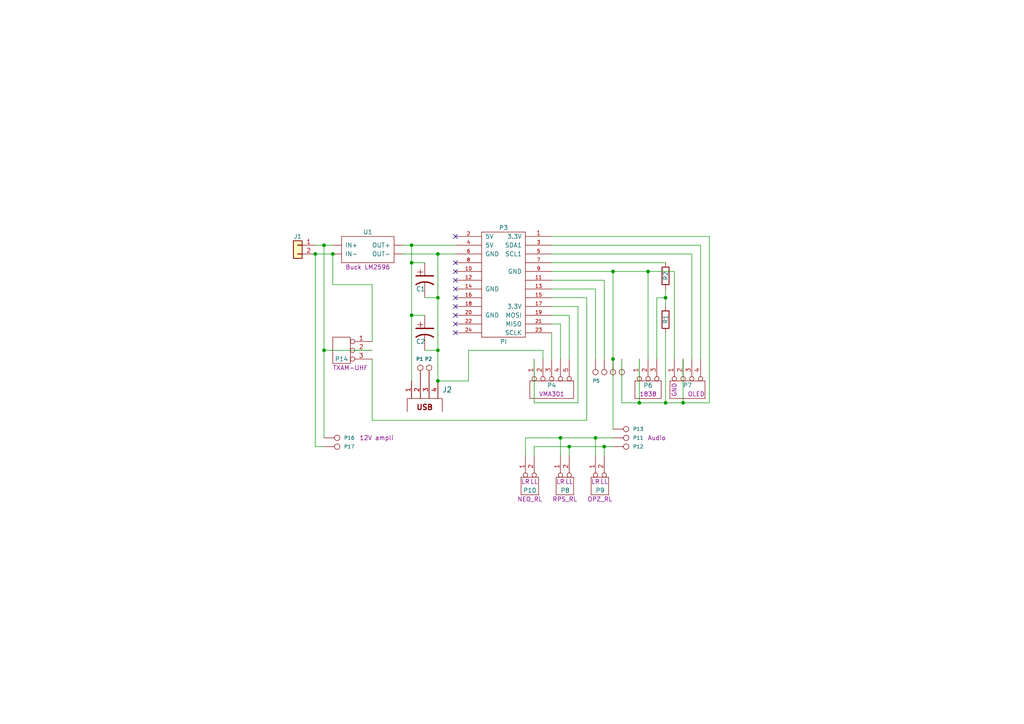
<source format=kicad_sch>
(kicad_sch (version 20211123) (generator eeschema)
  (paper "A4")
  (lib_symbols
    (symbol "common:BUCK" (pin_numbers hide) (pin_names (offset 1.016))
      (property "Reference" "U" (at 0 3.81 0))
      (symbol "BUCK_0_1"
        (rectangle (start -7.62 5.08) (end 7.62 -2.54))
      )
      (symbol "BUCK_1_1"
        (pin input line (at -10.16 2.54 0) (length 2.54) (name "IN+") (number "1"))
        (pin input line (at -10.16 0 0) (length 2.54) (name "IN-") (number "2"))
        (pin output line (at 10.16 2.54 180) (length 2.54) (name "OUT+") (number "3"))
        (pin output line (at 10.16 0 180) (length 2.54) (name "OUT-") (number "4"))
      )
    )
    (symbol "common:CONN_1" (pin_numbers hide) (pin_names (offset 0.762) hide)
      (property "Reference" "P" (at 2.032 0 0))
      (symbol "CONN_1_0_1"
        (polyline (pts (xy -0.762 0) (xy -1.27 0)))
        (circle (center 0 0) (radius 0.7874))
      )
      (symbol "CONN_1_1_1"
        (pin passive line (at -3.81 0 0) (length 2.54) (name "1") (number "1"))
      )
    )
    (symbol "common:CONN_2" (pin_names (offset 1.016) hide)
      (property "Reference" "P" (at 0 3.81 0))
      (symbol "CONN_2_0_1"
        (rectangle (start -2.54 2.54) (end -2.54 -2.54))
        (rectangle (start -2.54 2.54) (end 2.54 2.54))
        (rectangle (start 2.54 -2.54) (end -2.54 -2.54))
        (rectangle (start 2.54 2.54) (end 2.54 -2.54))
      )
      (symbol "CONN_2_1_1"
        (pin passive inverted (at -8.89 -1.27 0) (length 6.35) (name "P1") (number "1"))
        (pin passive inverted (at -8.89 1.27 0) (length 6.35) (name "P2") (number "2"))
      )
    )
    (symbol "common:CONN_3" (pin_names (offset 1.016) hide)
      (property "Reference" "P" (at 0 5.08 0))
      (symbol "CONN_3_0_1"
        (rectangle (start -2.54 -3.81) (end -2.54 3.81))
        (rectangle (start -2.54 3.81) (end 2.54 3.81))
        (rectangle (start 2.54 -3.81) (end -2.54 -3.81))
        (rectangle (start 2.54 3.81) (end 2.54 -3.81))
      )
      (symbol "CONN_3_1_1"
        (pin passive inverted (at -8.89 -2.54 0) (length 6.35) (name "P1") (number "1"))
        (pin passive inverted (at -8.89 0 0) (length 6.35) (name "P2") (number "2"))
        (pin passive inverted (at -8.89 2.54 0) (length 6.35) (name "P3") (number "3"))
      )
    )
    (symbol "common:CONN_4X1" (pin_names (offset 1.016) hide)
      (property "Reference" "P" (at 0 6.35 0))
      (symbol "CONN_4X1_0_1"
        (rectangle (start -2.54 5.08) (end -2.54 -5.08))
        (rectangle (start -2.54 5.08) (end 2.54 5.08))
        (rectangle (start 2.54 -5.08) (end -2.54 -5.08))
        (rectangle (start 2.54 5.08) (end 2.54 -5.08))
      )
      (symbol "CONN_4X1_1_1"
        (pin passive inverted (at -8.89 -3.81 0) (length 6.35) (name "P1") (number "1"))
        (pin passive inverted (at -8.89 -1.27 0) (length 6.35) (name "P2") (number "2"))
        (pin passive inverted (at -8.89 1.27 0) (length 6.35) (name "P3") (number "3"))
        (pin passive inverted (at -8.89 3.81 0) (length 6.35) (name "P4") (number "4"))
      )
    )
    (symbol "common:CONN_5" (pin_names (offset 1.016) hide)
      (property "Reference" "P" (at 0 7.62 0))
      (symbol "CONN_5_0_1"
        (rectangle (start -2.54 -6.35) (end -2.54 6.35))
        (rectangle (start -2.54 6.35) (end 2.54 6.35))
        (rectangle (start 2.54 -6.35) (end -2.54 -6.35))
        (rectangle (start 2.54 6.35) (end 2.54 -6.35))
      )
      (symbol "CONN_5_1_1"
        (pin passive inverted (at -8.89 -5.08 0) (length 6.35) (name "P1") (number "1"))
        (pin passive inverted (at -8.89 -2.54 0) (length 6.35) (name "P2") (number "2"))
        (pin passive inverted (at -8.89 0 0) (length 6.35) (name "P3") (number "3"))
        (pin passive inverted (at -8.89 2.54 0) (length 6.35) (name "P4") (number "4"))
        (pin passive inverted (at -8.89 5.08 0) (length 6.35) (name "P5") (number "5"))
      )
    )
    (symbol "common:CP1" (pin_numbers hide) (pin_names (offset 0.254) hide)
      (property "Reference" "C" (at 1.27 2.54 0))
      (symbol "CP1_0_0"
        (text "+" (at -1.27 2.54 0) (effects (font (size 2.032 2.032))))
      )
      (symbol "CP1_0_1"
        (polyline (pts (xy -2.54 1.27) (xy 2.54 1.27) (xy 1.27 1.27) (xy 1.27 1.27)) (stroke (width 0.381)))
        (arc (start 2.54 -1.27) (mid 0 -0.5009) (end -2.54 -1.27) (stroke (width 0.381)))
      )
      (symbol "CP1_1_1"
        (pin passive line (at 0 5.08 270) (length 3.81) (name "~") (number "1"))
        (pin passive line (at 0 -5.08 90) (length 4.572) (name "~") (number "2"))
      )
    )
    (symbol "common:Conn_01x02" (pin_names (offset 1.016) hide)
      (property "Reference" "J" (at 0 2.54 0))
      (symbol "Conn_01x02_1_1"
        (rectangle (start -1.27 -2.413) (end 0 -2.667) (stroke (width 0.1524)))
        (rectangle (start -1.27 0.127) (end 0 -0.127) (stroke (width 0.1524)))
        (rectangle (start -1.27 1.27) (end 1.27 -3.81) (stroke (width 0.254)) (fill (type background)))
        (pin passive line (at -5.08 0 0) (length 3.81) (name "Pin_1") (number "1"))
        (pin passive line (at -5.08 -2.54 0) (length 3.81) (name "Pin_2") (number "2"))
      )
    )
    (symbol "common:PI" (pin_names (offset 1.016))
      (property "Reference" "P" (at 0 17.78 0))
      (property "Value" "PI" (at 0 -15.24 0))
      (symbol "PI_0_1"
        (rectangle (start -6.35 -13.97) (end -6.35 16.51))
        (rectangle (start -6.35 16.51) (end 6.35 16.51))
        (rectangle (start 6.35 -13.97) (end -6.35 -13.97))
        (rectangle (start 6.35 16.51) (end 6.35 -13.97))
      )
      (symbol "PI_1_1"
        (pin passive line (at -13.97 15.24 0) (length 7.62) (name "3.3V") (number "1"))
        (pin passive line (at 13.97 5.08 180) (length 7.62) (name "~") (number "10"))
        (pin passive line (at -13.97 2.54 0) (length 7.62) (name "~") (number "11"))
        (pin passive line (at 13.97 2.54 180) (length 7.62) (name "~") (number "12"))
        (pin passive line (at -13.97 0 0) (length 7.62) (name "~") (number "13"))
        (pin passive line (at 13.97 0 180) (length 7.62) (name "GND") (number "14"))
        (pin passive line (at -13.97 -2.54 0) (length 7.62) (name "~") (number "15"))
        (pin passive line (at 13.97 -2.54 180) (length 7.62) (name "~") (number "16"))
        (pin passive line (at -13.97 -5.08 0) (length 7.62) (name "3.3V") (number "17"))
        (pin passive line (at 13.97 -5.08 180) (length 7.62) (name "~") (number "18"))
        (pin passive line (at -13.97 -7.62 0) (length 7.62) (name "MOSI") (number "19"))
        (pin passive line (at 13.97 15.24 180) (length 7.62) (name "5V") (number "2"))
        (pin passive line (at 13.97 -7.62 180) (length 7.62) (name "GND") (number "20"))
        (pin passive line (at -13.97 -10.16 0) (length 7.62) (name "MISO") (number "21"))
        (pin passive line (at 13.97 -10.16 180) (length 7.62) (name "~") (number "22"))
        (pin passive line (at -13.97 -12.7 0) (length 7.62) (name "SCLK") (number "23"))
        (pin passive line (at 13.97 -12.7 180) (length 7.62) (name "~") (number "24"))
        (pin passive line (at -13.97 12.7 0) (length 7.62) (name "SDA1") (number "3"))
        (pin passive line (at 13.97 12.7 180) (length 7.62) (name "5V") (number "4"))
        (pin passive line (at -13.97 10.16 0) (length 7.62) (name "SCL1") (number "5"))
        (pin passive line (at 13.97 10.16 180) (length 7.62) (name "GND") (number "6"))
        (pin passive line (at -13.97 7.62 0) (length 7.62) (name "~") (number "7"))
        (pin passive line (at 13.97 7.62 180) (length 7.62) (name "~") (number "8"))
        (pin passive line (at -13.97 5.08 0) (length 7.62) (name "GND") (number "9"))
      )
    )
    (symbol "common:R" (pin_numbers hide) (pin_names (offset 0) hide)
      (property "Reference" "R" (at 0 0 90))
      (symbol "R_0_1"
        (rectangle (start -1.016 -2.54) (end 1.016 2.54) (stroke (width 0.254)))
      )
      (symbol "R_1_1"
        (pin passive line (at 0 3.81 270) (length 1.27) (name "~") (number "1"))
        (pin passive line (at 0 -3.81 90) (length 1.27) (name "~") (number "2"))
      )
    )
    (symbol "common:USB_2" (pin_names (offset 1.016))
      (property "Reference" "J" (at -1.905 6.35 0))
      (symbol "USB_2_0_0"
        (polyline (pts (xy -3.81 5.08) (xy 0 5.08) (xy 0 -5.08) (xy -3.81 -5.08) (xy -3.81 -5.08)))
        (text "USB" (at -2.54 0 900) (effects (font (size 1.524 1.524) bold)))
      )
      (symbol "USB_2_1_1"
        (pin input line (at 5.08 3.81 180) (length 5.08) (name "~") (number "1"))
        (pin input line (at 5.08 1.27 180) (length 5.08) (name "~") (number "2"))
        (pin input line (at 5.08 -1.27 180) (length 5.08) (name "~") (number "3"))
        (pin input line (at 5.08 -3.81 180) (length 5.08) (name "~") (number "4"))
      )
    )
  )
  (junction (at 127 73.66))
  (junction (at 127 101.6))
  (junction (at 193.04 86.36))
  (junction (at 172.72 127))
  (junction (at 162.56 127))
  (junction (at 165.1 129.54))
  (junction (at 93.98 71.12))
  (junction (at 193.04 116.84))
  (junction (at 91.44 73.66))
  (junction (at 127 86.36))
  (junction (at 119.38 91.44))
  (junction (at 96.52 73.66))
  (junction (at 187.96 78.74))
  (junction (at 127 110.49))
  (junction (at 93.98 101.6))
  (junction (at 119.38 76.2))
  (junction (at 177.8 104.14))
  (junction (at 175.26 129.54))
  (junction (at 119.38 71.12))
  (junction (at 177.8 78.74))
  (junction (at 185.42 116.84))
  (junction (at 198.12 116.84))
  (no_connect (at 132.08 76.2))
  (no_connect (at 132.08 88.9))
  (no_connect (at 132.08 91.44))
  (no_connect (at 132.08 86.36))
  (no_connect (at 132.08 96.52))
  (no_connect (at 132.08 81.28))
  (no_connect (at 132.08 93.98))
  (no_connect (at 132.08 83.82))
  (no_connect (at 132.08 78.74))
  (no_connect (at 132.08 68.58))
  (wire (pts (xy 91.44 73.66) (xy 96.52 73.66)))
  (wire (pts (xy 123.19 86.36) (xy 127 86.36)))
  (wire (pts (xy 170.18 86.36) (xy 170.18 121.92)))
  (wire (pts (xy 198.12 104.14) (xy 198.12 116.84)))
  (wire (pts (xy 187.96 78.74) (xy 187.96 104.14)))
  (wire (pts (xy 160.02 68.58) (xy 205.74 68.58)))
  (wire (pts (xy 177.8 78.74) (xy 177.8 104.14)))
  (wire (pts (xy 165.1 91.44) (xy 165.1 104.14)))
  (wire (pts (xy 152.4 127) (xy 162.56 127)))
  (wire (pts (xy 162.56 127) (xy 172.72 127)))
  (wire (pts (xy 193.04 83.82) (xy 193.04 86.36)))
  (wire (pts (xy 172.72 83.82) (xy 172.72 104.14)))
  (wire (pts (xy 205.74 68.58) (xy 205.74 116.84)))
  (wire (pts (xy 154.94 129.54) (xy 165.1 129.54)))
  (wire (pts (xy 154.94 129.54) (xy 154.94 132.08)))
  (wire (pts (xy 200.66 73.66) (xy 160.02 73.66)))
  (wire (pts (xy 119.38 110.49) (xy 119.38 91.44)))
  (wire (pts (xy 193.04 116.84) (xy 185.42 116.84)))
  (wire (pts (xy 154.94 104.14) (xy 154.94 116.84)))
  (wire (pts (xy 177.8 78.74) (xy 160.02 78.74)))
  (wire (pts (xy 160.02 83.82) (xy 172.72 83.82)))
  (wire (pts (xy 123.19 91.44) (xy 119.38 91.44)))
  (wire (pts (xy 170.18 121.92) (xy 107.95 121.92)))
  (wire (pts (xy 175.26 81.28) (xy 160.02 81.28)))
  (wire (pts (xy 193.04 96.52) (xy 193.04 116.84)))
  (wire (pts (xy 160.02 93.98) (xy 162.56 93.98)))
  (wire (pts (xy 190.5 104.14) (xy 190.5 86.36)))
  (wire (pts (xy 91.44 71.12) (xy 93.98 71.12)))
  (wire (pts (xy 127 73.66) (xy 127 86.36)))
  (wire (pts (xy 167.64 88.9) (xy 167.64 116.84)))
  (wire (pts (xy 165.1 129.54) (xy 175.26 129.54)))
  (wire (pts (xy 172.72 127) (xy 177.8 127)))
  (wire (pts (xy 93.98 71.12) (xy 96.52 71.12)))
  (wire (pts (xy 187.96 78.74) (xy 177.8 78.74)))
  (wire (pts (xy 198.12 116.84) (xy 205.74 116.84)))
  (wire (pts (xy 152.4 127) (xy 152.4 132.08)))
  (wire (pts (xy 180.34 104.14) (xy 180.34 116.84)))
  (wire (pts (xy 119.38 76.2) (xy 119.38 71.12)))
  (wire (pts (xy 193.04 116.84) (xy 198.12 116.84)))
  (wire (pts (xy 175.26 104.14) (xy 175.26 81.28)))
  (wire (pts (xy 135.89 101.6) (xy 135.89 110.49)))
  (wire (pts (xy 119.38 71.12) (xy 132.08 71.12)))
  (wire (pts (xy 193.04 86.36) (xy 193.04 88.9)))
  (wire (pts (xy 160.02 91.44) (xy 165.1 91.44)))
  (wire (pts (xy 116.84 71.12) (xy 119.38 71.12)))
  (wire (pts (xy 127 110.49) (xy 135.89 110.49)))
  (wire (pts (xy 175.26 129.54) (xy 177.8 129.54)))
  (wire (pts (xy 107.95 101.6) (xy 93.98 101.6)))
  (wire (pts (xy 123.19 76.2) (xy 119.38 76.2)))
  (wire (pts (xy 160.02 86.36) (xy 170.18 86.36)))
  (wire (pts (xy 177.8 104.14) (xy 177.8 124.46)))
  (wire (pts (xy 96.52 73.66) (xy 96.52 82.55)))
  (wire (pts (xy 127 86.36) (xy 127 101.6)))
  (wire (pts (xy 123.19 101.6) (xy 127 101.6)))
  (wire (pts (xy 157.48 104.14) (xy 157.48 101.6)))
  (wire (pts (xy 172.72 132.08) (xy 172.72 127)))
  (wire (pts (xy 162.56 93.98) (xy 162.56 104.14)))
  (wire (pts (xy 107.95 121.92) (xy 107.95 104.14)))
  (wire (pts (xy 107.95 82.55) (xy 107.95 99.06)))
  (wire (pts (xy 91.44 129.54) (xy 91.44 73.66)))
  (wire (pts (xy 200.66 104.14) (xy 200.66 73.66)))
  (wire (pts (xy 116.84 73.66) (xy 127 73.66)))
  (wire (pts (xy 127 101.6) (xy 127 110.49)))
  (wire (pts (xy 119.38 91.44) (xy 119.38 76.2)))
  (wire (pts (xy 185.42 116.84) (xy 185.42 104.14)))
  (wire (pts (xy 157.48 101.6) (xy 135.89 101.6)))
  (wire (pts (xy 190.5 86.36) (xy 193.04 86.36)))
  (wire (pts (xy 167.64 116.84) (xy 154.94 116.84)))
  (wire (pts (xy 96.52 82.55) (xy 107.95 82.55)))
  (wire (pts (xy 195.58 78.74) (xy 187.96 78.74)))
  (wire (pts (xy 162.56 132.08) (xy 162.56 127)))
  (wire (pts (xy 127 73.66) (xy 132.08 73.66)))
  (wire (pts (xy 93.98 71.12) (xy 93.98 101.6)))
  (wire (pts (xy 203.2 71.12) (xy 160.02 71.12)))
  (wire (pts (xy 93.98 101.6) (xy 93.98 127)))
  (wire (pts (xy 160.02 88.9) (xy 167.64 88.9)))
  (wire (pts (xy 165.1 129.54) (xy 165.1 132.08)))
  (wire (pts (xy 195.58 104.14) (xy 195.58 78.74)))
  (wire (pts (xy 160.02 96.52) (xy 160.02 104.14)))
  (wire (pts (xy 203.2 71.12) (xy 203.2 104.14)))
  (wire (pts (xy 160.02 76.2) (xy 193.04 76.2)))
  (wire (pts (xy 175.26 129.54) (xy 175.26 132.08)))
  (wire (pts (xy 180.34 116.84) (xy 185.42 116.84)))
  (wire (pts (xy 91.44 129.54) (xy 93.98 129.54)))
  (symbol (lib_id "common:CONN_4X1") (at 199.39 113.03 270) (unit 1)
    (property "Reference" "P7" (at 199.39 111.76 90))
    (property "Value" "CONN_4X1" (effects hide))
    (property "Footprint" "common:PIN_ARRAY_4X1" (effects hide))
    (property "Field4" "OLED" (at 201.93 114.3 90))
    (property "Field5" "GND" (at 195.58 113.03 0))
  )
  (symbol (lib_id "common:R") (at 193.04 92.71 0) (unit 1)
    (property "Reference" "R1" (at 193.04 93.98 90) (effects (justify left)))
    (property "Value" "R" (effects hide))
    (property "Footprint" "common:R3" (effects hide))
  )
  (symbol (lib_id "common:R") (at 193.04 80.01 0) (unit 1)
    (property "Reference" "R2" (at 193.04 80.01 90))
    (property "Value" "R" (effects hide))
    (property "Footprint" "common:R3" (effects hide))
  )
  (symbol (lib_id "common:CONN_3") (at 187.96 113.03 270) (unit 1)
    (property "Reference" "P6" (at 187.96 111.76 90))
    (property "Value" "CONN_3" (effects hide))
    (property "Footprint" "common:PIN_ARRAY_3X1" (effects hide))
    (property "Field4" "1838" (at 187.96 114.3 90))
  )
  (symbol (lib_id "common:CONN_5") (at 160.02 113.03 270) (unit 1)
    (property "Reference" "P4" (at 160.02 111.76 90))
    (property "Value" "CONN_5" (effects hide))
    (property "Footprint" "common:VMA301" (effects hide))
    (property "Field4" "VMA301" (at 160.02 114.3 90))
  )
  (symbol (lib_id "common:CONN_1") (at 121.92 106.68 90) (unit 1)
    (property "Reference" "P1" (at 120.65 104.14 90) (effects (font (size 1.016 1.016)) (justify right)))
    (property "Value" "CONN_1" (effects hide))
    (property "Footprint" "common:PIN_ARRAY_1X1" (effects hide))
  )
  (symbol (lib_id "common:CONN_1") (at 124.46 106.68 90) (unit 1)
    (property "Reference" "P2" (at 123.19 104.14 90) (effects (font (size 1.016 1.016)) (justify right)))
    (property "Value" "CONN_1" (effects hide))
    (property "Footprint" "common:PIN_ARRAY_1X1" (effects hide))
  )
  (symbol (lib_id "common:USB_2") (at 123.19 115.57 90) (unit 1)
    (property "Reference" "J2" (at 128.27 113.03 90) (effects (font (size 1.524 1.524)) (justify right)))
    (property "Value" "USB_2" (effects hide))
    (property "Footprint" "common:PIN_ARRAY_4X1" (effects hide))
    (property "VCC" "VCC" (effects hide))
    (property "Data+" "D+" (effects hide))
    (property "Data-" "D-" (effects hide))
    (property "Ground" "GND" (effects hide))
  )
  (symbol (lib_id "common:CONN_1") (at 181.61 124.46 0) (unit 1)
    (property "Reference" "P13" (at 186.69 124.46 0) (effects (font (size 1.016 1.016)) (justify right)))
    (property "Value" "CONN_1" (effects hide))
    (property "Footprint" "common:PIN_ARRAY_1X1" (effects hide))
  )
  (symbol (lib_id "common:CONN_1") (at 181.61 127 0) (unit 1)
    (property "Reference" "P11" (at 186.69 127 0) (effects (font (size 1.016 1.016)) (justify right)))
    (property "Value" "CONN_1" (effects hide))
    (property "Footprint" "common:PIN_ARRAY_1X1" (effects hide))
    (property "Field4" "Audio" (at 190.5 127 0))
  )
  (symbol (lib_id "common:CP1") (at 123.19 81.28 0) (unit 1)
    (property "Reference" "C1" (at 120.65 83.82 0) (effects (justify left)))
    (property "Value" "CP1" (effects hide))
    (property "Footprint" "common:CP2" (effects hide))
  )
  (symbol (lib_id "common:CONN_1") (at 181.61 129.54 0) (unit 1)
    (property "Reference" "P12" (at 186.69 129.54 0) (effects (font (size 1.016 1.016)) (justify right)))
    (property "Value" "CONN_1" (effects hide))
    (property "Footprint" "common:PIN_ARRAY_1X1" (effects hide))
  )
  (symbol (lib_id "common:CONN_2") (at 163.83 140.97 270) (unit 1)
    (property "Reference" "P8" (at 162.56 142.24 90) (effects (justify left)))
    (property "Value" "CONN_2" (effects hide))
    (property "Footprint" "common:PIN_ARRAY_2X1" (effects hide))
    (property "Field4" "LR" (at 162.56 139.7 90))
    (property "Field5" "LL" (at 165.1 139.7 90))
    (property "Field6" "RPS_RL" (at 163.83 144.78 90))
  )
  (symbol (lib_id "common:CONN_2") (at 173.99 140.97 270) (unit 1)
    (property "Reference" "P9" (at 172.72 142.24 90) (effects (justify left)))
    (property "Value" "CONN_2" (effects hide))
    (property "Footprint" "common:PIN_ARRAY_2X1" (effects hide))
    (property "Field4" "LR" (at 172.72 139.7 90))
    (property "Field5" "LL" (at 175.26 139.7 90))
    (property "Field6" "OPZ_RL" (at 173.99 144.78 90))
  )
  (symbol (lib_id "common:CONN_2") (at 153.67 140.97 270) (unit 1)
    (property "Reference" "P10" (at 153.67 142.24 90))
    (property "Value" "CONN_2" (effects hide))
    (property "Footprint" "common:PIN_ARRAY_2X1" (effects hide))
    (property "Field4" "LR" (at 152.4 139.7 90))
    (property "Field5" "LL" (at 154.94 139.7 90))
    (property "Field6" "NEO_RL" (at 153.67 144.78 90))
  )
  (symbol (lib_id "common:BUCK") (at 106.68 73.66 0) (unit 1)
    (property "Reference" "U1" (at 106.68 67.31 0))
    (property "Value" "BUCK" (effects hide))
    (property "Footprint" "common:BUCK" (effects hide))
    (property "Field4" "Buck LM2596" (at 106.68 77.47 0))
  )
  (symbol (lib_id "common:PI") (at 146.05 83.82 0) (mirror y) (unit 1)
    (property "Reference" "P3" (at 146.05 66.04 0))
    (property "Value" "PI" (at 146.05 99.06 0))
    (property "Footprint" "common:PI" (effects hide))
  )
  (symbol (lib_id "common:Conn_01x02") (at 86.36 71.12 0) (mirror y) (unit 1)
    (property "Reference" "J1" (at 86.36 68.58 0))
    (property "Value" "Conn_01x02" (effects hide))
    (property "Footprint" "common:BarrelJack_Horizontal" (effects hide))
  )
  (symbol (lib_id "common:CONN_1") (at 97.79 127 0) (unit 1)
    (property "Reference" "P16" (at 102.87 127 0) (effects (font (size 1.016 1.016)) (justify right)))
    (property "Value" "CONN_1" (effects hide))
    (property "Footprint" "common:PIN_ARRAY_1X1" (effects hide))
    (property "Field4" "12V ampli" (at 109.22 127 0))
  )
  (symbol (lib_id "common:CONN_1") (at 97.79 129.54 0) (unit 1)
    (property "Reference" "P17" (at 102.87 129.54 0) (effects (font (size 1.016 1.016)) (justify right)))
    (property "Value" "CONN_1" (effects hide))
    (property "Footprint" "common:PIN_ARRAY_1X1" (effects hide))
  )
  (symbol (lib_id "common:CP1") (at 123.19 96.52 0) (unit 1)
    (property "Reference" "C2" (at 120.65 99.06 0) (effects (justify left)))
    (property "Value" "CP1" (effects hide))
    (property "Footprint" "common:CP2" (effects hide))
  )
  (symbol (lib_id "common:CONN_3") (at 99.06 101.6 180) (unit 1)
    (property "Reference" "P14" (at 99.06 104.14 0))
    (property "Value" "CONN_3" (effects hide))
    (property "Footprint" "common:PIN_ARRAY_3X1" (effects hide))
    (property "Field4" "TXAM-UHF" (at 101.6 106.68 0))
  )
  (symbol (lib_id "common:CONN_1") (at 172.72 107.95 270) (unit 1)
    (property "Reference" "P5" (at 173.99 110.49 90) (effects (font (size 1.016 1.016)) (justify right)))
    (property "Value" "CONN_1" (effects hide))
    (property "Footprint" "common:PIN_ARRAY_1X1" (effects hide))
  )
  (symbol (lib_id "common:CONN_1") (at 175.26 107.95 270) (unit 1)
    (property "Reference" "P15" (effects hide))
    (property "Value" "CONN_1" (effects hide))
    (property "Footprint" "common:PIN_ARRAY_1X1" (effects hide))
  )
  (symbol (lib_id "common:CONN_1") (at 177.8 107.95 270) (unit 1)
    (property "Reference" "P18" (effects hide))
    (property "Value" "CONN_1" (effects hide))
    (property "Footprint" "common:PIN_ARRAY_1X1" (effects hide))
  )
  (symbol (lib_id "common:CONN_1") (at 180.34 107.95 270) (unit 1)
    (property "Reference" "P19" (effects hide))
    (property "Value" "CONN_1" (effects hide))
    (property "Footprint" "common:PIN_ARRAY_1X1" (effects hide))
  )
)
</source>
